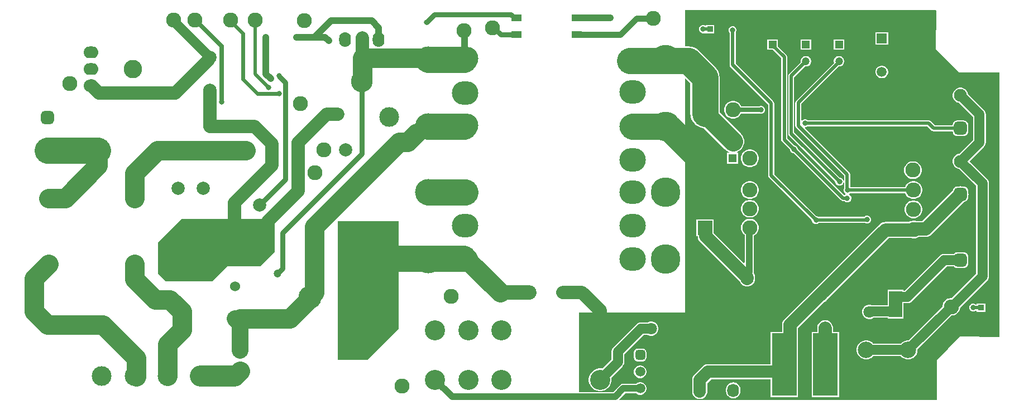
<source format=gbr>
%TF.GenerationSoftware,Altium Limited,Altium Designer,21.6.4 (81)*%
G04 Layer_Physical_Order=1*
G04 Layer_Color=255*
%FSLAX43Y43*%
%MOMM*%
%TF.SameCoordinates,45A01B4D-518A-40F9-B883-98BDF5CD3DE6*%
%TF.FilePolarity,Positive*%
%TF.FileFunction,Copper,L1,Top,Signal*%
%TF.Part,Single*%
G01*
G75*
%TA.AperFunction,SMDPad,CuDef*%
%ADD10R,0.850X0.900*%
%ADD11R,2.000X4.000*%
%ADD12R,1.600X1.000*%
%ADD13R,0.900X0.850*%
%ADD14R,3.750X9.500*%
%TA.AperFunction,Conductor*%
%ADD15C,3.000*%
%ADD16C,0.800*%
%ADD17C,0.500*%
%ADD18C,1.500*%
%ADD19C,1.900*%
%ADD20C,2.000*%
%ADD21C,1.000*%
%ADD22C,2.500*%
%ADD23C,4.000*%
%ADD24C,3.200*%
%ADD25C,0.600*%
%ADD26C,0.700*%
%ADD27C,0.254*%
%ADD28C,2.200*%
%ADD29C,0.900*%
%ADD30R,2.950X2.610*%
%ADD31R,7.225X2.400*%
%ADD32R,2.638X2.857*%
%ADD33R,3.650X4.150*%
%ADD34R,4.307X4.100*%
%ADD35R,3.597X1.225*%
%ADD36R,2.725X2.486*%
%ADD37R,3.225X3.276*%
%ADD38R,2.893X2.965*%
%TA.AperFunction,ComponentPad*%
%ADD39C,2.286*%
%ADD40C,4.500*%
%ADD41C,4.000*%
%ADD42O,4.000X3.600*%
%ADD43C,1.950*%
G04:AMPARAMS|DCode=44|XSize=1.95mm|YSize=1.95mm|CornerRadius=0.488mm|HoleSize=0mm|Usage=FLASHONLY|Rotation=90.000|XOffset=0mm|YOffset=0mm|HoleType=Round|Shape=RoundedRectangle|*
%AMROUNDEDRECTD44*
21,1,1.950,0.975,0,0,90.0*
21,1,0.975,1.950,0,0,90.0*
1,1,0.975,0.488,0.488*
1,1,0.975,0.488,-0.488*
1,1,0.975,-0.488,-0.488*
1,1,0.975,-0.488,0.488*
%
%ADD44ROUNDEDRECTD44*%
G04:AMPARAMS|DCode=45|XSize=1.5mm|YSize=1.5mm|CornerRadius=0.375mm|HoleSize=0mm|Usage=FLASHONLY|Rotation=90.000|XOffset=0mm|YOffset=0mm|HoleType=Round|Shape=RoundedRectangle|*
%AMROUNDEDRECTD45*
21,1,1.500,0.750,0,0,90.0*
21,1,0.750,1.500,0,0,90.0*
1,1,0.750,0.375,0.375*
1,1,0.750,0.375,-0.375*
1,1,0.750,-0.375,-0.375*
1,1,0.750,-0.375,0.375*
%
%ADD45ROUNDEDRECTD45*%
%ADD46C,1.500*%
%ADD47R,1.500X1.500*%
%ADD48C,2.500*%
%ADD49C,2.000*%
%ADD50C,3.500*%
%ADD51C,2.200*%
%ADD52R,2.200X2.200*%
%ADD53O,1.778X2.286*%
%ADD54C,3.302*%
%ADD55C,3.000*%
%ADD56O,1.778X2.032*%
%ADD57C,2.794*%
%ADD58O,2.286X1.778*%
%ADD59C,3.048*%
%ADD60R,3.048X3.048*%
%ADD61R,1.200X1.200*%
%ADD62C,1.200*%
%ADD63C,1.250*%
%ADD64R,1.250X1.250*%
%ADD65C,1.524*%
%TA.AperFunction,ViaPad*%
%ADD66C,0.800*%
%ADD67C,1.800*%
%ADD68C,1.270*%
%ADD69C,1.200*%
G36*
X140011Y59615D02*
X140070Y59556D01*
X140011Y53655D01*
X143598Y50194D01*
X149646Y50194D01*
Y50100D01*
X149667D01*
Y10100D01*
X149646D01*
Y10043D01*
X149556Y9954D01*
X143721Y10012D01*
D01*
X143667Y10013D01*
X140206Y6426D01*
X140206Y354D01*
X140206D01*
Y333D01*
X92017D01*
X91964Y460D01*
X92923Y1419D01*
X94538D01*
X94592Y1365D01*
X94808Y1240D01*
X95050Y1175D01*
X95300D01*
X95542Y1240D01*
X95758Y1365D01*
X95935Y1542D01*
X96060Y1758D01*
X96125Y2000D01*
Y2250D01*
X96060Y2492D01*
X95935Y2708D01*
X95758Y2885D01*
X95542Y3010D01*
X95300Y3075D01*
X95050D01*
X94808Y3010D01*
X94592Y2885D01*
X94538Y2831D01*
X92630D01*
X92448Y2807D01*
X92277Y2736D01*
X92131Y2624D01*
X91102Y1596D01*
X85894D01*
Y13700D01*
X101951D01*
Y49138D01*
D01*
Y49184D01*
X102068Y49233D01*
X102789Y48511D01*
Y43900D01*
X102821Y43577D01*
X102863Y43365D01*
X102958Y43054D01*
X103111Y42768D01*
X103231Y42588D01*
X103437Y42337D01*
X103688Y42131D01*
X103868Y42011D01*
X104154Y41858D01*
X104465Y41763D01*
X104677Y41721D01*
X104772Y41712D01*
X108042Y38442D01*
X108236Y38283D01*
X108375Y38190D01*
X108596Y38072D01*
X108662Y38052D01*
X108643Y37925D01*
X108375D01*
Y36275D01*
X110025D01*
Y37925D01*
X109857D01*
X109838Y38052D01*
X109904Y38072D01*
X110125Y38190D01*
X110264Y38283D01*
X110458Y38442D01*
X110617Y38636D01*
X110710Y38775D01*
X110828Y38996D01*
X110901Y39236D01*
X110934Y39400D01*
X110958Y39650D01*
X110934Y39900D01*
X110901Y40064D01*
X110828Y40304D01*
X110710Y40525D01*
X110617Y40664D01*
X110458Y40858D01*
X107211Y44105D01*
Y49427D01*
X107211Y49427D01*
X107179Y49750D01*
X107137Y49962D01*
X107042Y50273D01*
X106889Y50559D01*
X106769Y50739D01*
X106563Y50990D01*
X106563Y50990D01*
X104076Y53477D01*
X103825Y53683D01*
X103646Y53803D01*
X103359Y53956D01*
X103049Y54050D01*
X102837Y54092D01*
X102513Y54124D01*
X101951D01*
Y54157D01*
Y59646D01*
Y59667D01*
X140011D01*
Y59615D01*
D02*
G37*
G36*
X39725Y26972D02*
Y22875D01*
X37547Y20697D01*
X32574D01*
X30278Y18400D01*
X23225D01*
X22050Y19575D01*
Y24250D01*
X25650Y27850D01*
X38847Y27850D01*
X39725Y26972D01*
D02*
G37*
G36*
X58550Y11225D02*
X53825Y6500D01*
X49325Y6500D01*
Y27575D01*
X49325Y27575D01*
X58550D01*
Y11225D01*
D02*
G37*
%LPC*%
G36*
X106384Y57377D02*
X105134D01*
Y57329D01*
X105132Y57326D01*
X105007Y57254D01*
X104844Y57322D01*
X104606D01*
X104385Y57230D01*
X104216Y57062D01*
X104125Y56841D01*
Y56602D01*
X104216Y56382D01*
X104385Y56213D01*
X104606Y56122D01*
X104844D01*
X105007Y56189D01*
X105132Y56117D01*
X105134Y56115D01*
Y56102D01*
D01*
Y56077D01*
X106384D01*
Y57377D01*
D02*
G37*
G36*
X132775Y56265D02*
X130875D01*
Y54365D01*
X132775D01*
Y56265D01*
D02*
G37*
G36*
X126130Y55190D02*
X124530D01*
Y53590D01*
X126130D01*
Y55190D01*
D02*
G37*
G36*
X121115D02*
X119515D01*
Y53590D01*
X121115D01*
Y55190D01*
D02*
G37*
G36*
X131950Y51185D02*
X131700D01*
X131458Y51120D01*
X131242Y50995D01*
X131065Y50818D01*
X130940Y50602D01*
X130875Y50360D01*
Y50110D01*
X130940Y49868D01*
X131065Y49652D01*
X131242Y49475D01*
X131458Y49350D01*
X131700Y49285D01*
X131950D01*
X132192Y49350D01*
X132408Y49475D01*
X132585Y49652D01*
X132710Y49868D01*
X132775Y50110D01*
Y50360D01*
X132710Y50602D01*
X132585Y50818D01*
X132408Y50995D01*
X132192Y51120D01*
X131950Y51185D01*
D02*
G37*
G36*
X109427Y45818D02*
X109073D01*
X108817Y45749D01*
X108655Y45682D01*
X108425Y45550D01*
X108175Y45300D01*
X108043Y45070D01*
X107976Y44908D01*
X107907Y44652D01*
Y44298D01*
X107976Y44042D01*
X108043Y43880D01*
X108175Y43650D01*
X108425Y43400D01*
X108655Y43268D01*
X108817Y43201D01*
X109073Y43132D01*
X109427D01*
X109683Y43201D01*
X109845Y43268D01*
X110075Y43400D01*
X110325Y43650D01*
X110471Y43905D01*
X113247D01*
X113364Y43856D01*
X113603D01*
X113824Y43947D01*
X113992Y44116D01*
X114084Y44337D01*
Y44575D01*
X113992Y44796D01*
X113824Y44965D01*
X113603Y45056D01*
X113364D01*
X113293Y45026D01*
X110483D01*
X110463Y45061D01*
X110461D01*
X110457Y45070D01*
X110325Y45300D01*
X110075Y45550D01*
X109845Y45682D01*
X109683Y45749D01*
X109427Y45818D01*
D02*
G37*
G36*
X116075Y55190D02*
X114475D01*
Y53590D01*
X115296D01*
X116566Y52320D01*
Y39950D01*
X116592Y39819D01*
X116626Y39737D01*
X116701Y39626D01*
X117900Y38426D01*
Y38356D01*
X117991Y38135D01*
X118160Y37966D01*
X118381Y37875D01*
X118501D01*
X125639Y30737D01*
X125750Y30663D01*
X125832Y30629D01*
X125963Y30603D01*
X126189D01*
X126244Y30547D01*
X126465Y30456D01*
X126703D01*
X126924Y30547D01*
X127093Y30716D01*
X127184Y30937D01*
Y31175D01*
X127093Y31396D01*
X126933Y31556D01*
X126924Y31565D01*
X126887Y31580D01*
Y31643D01*
X126879Y31660D01*
X126887Y31669D01*
Y31717D01*
X126970Y31751D01*
X127020Y31801D01*
X135339D01*
X135347Y31773D01*
X135357D01*
X135396Y31680D01*
X135528Y31450D01*
X135778Y31200D01*
X136008Y31068D01*
X136170Y31001D01*
X136426Y30932D01*
X136780D01*
X137036Y31001D01*
X137198Y31068D01*
X137428Y31200D01*
X137678Y31450D01*
X137810Y31680D01*
X137877Y31842D01*
X137946Y32098D01*
Y32452D01*
X137877Y32708D01*
X137810Y32870D01*
X137678Y33100D01*
X137428Y33350D01*
X137198Y33482D01*
X137036Y33549D01*
X136780Y33618D01*
X136426D01*
X136170Y33549D01*
X136008Y33482D01*
X135778Y33350D01*
X135528Y33100D01*
X135396Y32870D01*
X135345Y32747D01*
X135339D01*
X135331Y32719D01*
X127034D01*
Y34643D01*
X127008Y34774D01*
X126974Y34856D01*
X126899Y34967D01*
X120169Y41698D01*
X120221Y41825D01*
X120319D01*
X120540Y41916D01*
X120561Y41938D01*
X120590Y41966D01*
X138723D01*
X139339Y41350D01*
X139450Y41276D01*
X139532Y41242D01*
X139663Y41216D01*
X142570D01*
Y41187D01*
X142593Y41008D01*
X142663Y40841D01*
X142773Y40697D01*
X142916Y40587D01*
X143084Y40517D01*
X143263Y40494D01*
X144238D01*
X144418Y40517D01*
X144585Y40587D01*
X144728Y40697D01*
X144839Y40841D01*
X144908Y41008D01*
X144932Y41187D01*
Y42162D01*
X144908Y42342D01*
X144839Y42509D01*
X144728Y42653D01*
X144585Y42763D01*
X144418Y42832D01*
X144238Y42856D01*
X143263D01*
X143084Y42832D01*
X142916Y42763D01*
X142773Y42653D01*
X142663Y42509D01*
X142593Y42342D01*
X142570Y42162D01*
Y42134D01*
X139853D01*
X139237Y42749D01*
X139126Y42824D01*
X139044Y42858D01*
X138913Y42884D01*
X120590D01*
X120561Y42912D01*
X120540Y42934D01*
X120319Y43025D01*
X120081D01*
X119860Y42934D01*
X119736Y42809D01*
X119609Y42862D01*
Y45360D01*
X125299Y51050D01*
X125435D01*
X125639Y51105D01*
X125821Y51210D01*
X125970Y51359D01*
X126075Y51541D01*
X126130Y51745D01*
Y51955D01*
X126075Y52159D01*
X125970Y52341D01*
X125821Y52490D01*
X125639Y52595D01*
X125435Y52650D01*
X125225D01*
X125021Y52595D01*
X124839Y52490D01*
X124690Y52341D01*
X124585Y52159D01*
X124530Y51955D01*
Y51745D01*
X124565Y51614D01*
X118826Y45874D01*
X118751Y45763D01*
X118717Y45681D01*
X118691Y45550D01*
Y42068D01*
X118717Y41937D01*
X118751Y41855D01*
X118826Y41744D01*
X126116Y34453D01*
Y33721D01*
X125989Y33695D01*
X125909Y33890D01*
X125740Y34059D01*
X125519Y34150D01*
X125449D01*
X118534Y41065D01*
Y49420D01*
X120174Y51060D01*
X120210Y51050D01*
X120420D01*
X120624Y51105D01*
X120806Y51210D01*
X120955Y51359D01*
X121060Y51541D01*
X121115Y51745D01*
Y51955D01*
X121060Y52159D01*
X120955Y52341D01*
X120806Y52490D01*
X120624Y52595D01*
X120420Y52650D01*
X120210D01*
X120006Y52595D01*
X119824Y52490D01*
X119675Y52341D01*
X119570Y52159D01*
X119515Y51955D01*
Y51745D01*
X119525Y51709D01*
X117751Y49934D01*
X117676Y49823D01*
X117642Y49741D01*
X117616Y49610D01*
Y40875D01*
X117642Y40744D01*
X117676Y40662D01*
X117751Y40551D01*
X124800Y33501D01*
Y33431D01*
X124891Y33210D01*
X125060Y33041D01*
X125281Y32950D01*
X125519D01*
X125740Y33041D01*
X125909Y33210D01*
X125989Y33405D01*
X126116Y33379D01*
Y32587D01*
X126030Y32379D01*
Y32141D01*
X126121Y31920D01*
X126290Y31751D01*
X126327Y31736D01*
Y31599D01*
X126244Y31565D01*
X126200Y31520D01*
X126153D01*
X119100Y38574D01*
Y38594D01*
X119009Y38815D01*
X118840Y38984D01*
X118619Y39075D01*
X118549D01*
X117484Y40140D01*
Y52510D01*
X117458Y52641D01*
X117424Y52723D01*
X117349Y52834D01*
X116075Y54109D01*
Y54149D01*
Y55190D01*
D02*
G37*
G36*
X111991Y38443D02*
X111637D01*
X111382Y38374D01*
X111219Y38307D01*
X110990Y38175D01*
X110739Y37925D01*
X110607Y37695D01*
X110540Y37533D01*
X110471Y37277D01*
Y36923D01*
X110540Y36667D01*
X110607Y36505D01*
X110739Y36275D01*
X110990Y36025D01*
X111219Y35893D01*
X111382Y35826D01*
X111637Y35757D01*
X111991D01*
X112247Y35826D01*
X112409Y35893D01*
X112639Y36025D01*
X112889Y36275D01*
X113021Y36505D01*
X113089Y36667D01*
X113157Y36923D01*
Y37277D01*
X113089Y37533D01*
X113021Y37695D01*
X112889Y37925D01*
X112639Y38175D01*
X112409Y38307D01*
X112247Y38374D01*
X111991Y38443D01*
D02*
G37*
G36*
X136727Y36642D02*
X136373D01*
X136117Y36574D01*
X135955Y36506D01*
X135725Y36374D01*
X135475Y36124D01*
X135343Y35894D01*
X135276Y35732D01*
X135207Y35476D01*
Y35122D01*
X135276Y34867D01*
X135343Y34704D01*
X135475Y34475D01*
X135725Y34225D01*
X135955Y34092D01*
X136117Y34025D01*
X136373Y33956D01*
X136727D01*
X136983Y34025D01*
X137145Y34092D01*
X137375Y34225D01*
X137625Y34475D01*
X137757Y34704D01*
X137824Y34867D01*
X137893Y35122D01*
Y35476D01*
X137824Y35732D01*
X137757Y35894D01*
X137625Y36124D01*
X137375Y36374D01*
X137145Y36506D01*
X136983Y36574D01*
X136727Y36642D01*
D02*
G37*
G36*
X111991Y33618D02*
X111637D01*
X111382Y33549D01*
X111219Y33482D01*
X110990Y33350D01*
X110739Y33100D01*
X110607Y32870D01*
X110540Y32708D01*
X110471Y32452D01*
Y32098D01*
X110540Y31842D01*
X110607Y31680D01*
X110739Y31450D01*
X110990Y31200D01*
X111219Y31068D01*
X111382Y31001D01*
X111637Y30932D01*
X111991D01*
X112247Y31001D01*
X112409Y31068D01*
X112639Y31200D01*
X112889Y31450D01*
X113021Y31680D01*
X113089Y31842D01*
X113157Y32098D01*
Y32452D01*
X113089Y32708D01*
X113021Y32870D01*
X112889Y33100D01*
X112639Y33350D01*
X112409Y33482D01*
X112247Y33549D01*
X111991Y33618D01*
D02*
G37*
G36*
Y30791D02*
X111637D01*
X111382Y30723D01*
X111219Y30655D01*
X110990Y30523D01*
X110739Y30273D01*
X110607Y30044D01*
X110540Y29881D01*
X110471Y29625D01*
Y29271D01*
X110540Y29016D01*
X110607Y28853D01*
X110739Y28624D01*
X110990Y28374D01*
X111219Y28241D01*
X111382Y28174D01*
X111637Y28105D01*
X111991D01*
X112247Y28174D01*
X112409Y28241D01*
X112639Y28374D01*
X112889Y28624D01*
X113021Y28853D01*
X113089Y29016D01*
X113157Y29271D01*
Y29625D01*
X113089Y29881D01*
X113021Y30044D01*
X112889Y30273D01*
X112639Y30523D01*
X112409Y30655D01*
X112247Y30723D01*
X111991Y30791D01*
D02*
G37*
G36*
X136780Y30692D02*
X136426D01*
X136170Y30624D01*
X136008Y30557D01*
X135778Y30424D01*
X135528Y30174D01*
X135396Y29945D01*
X135328Y29782D01*
X135260Y29526D01*
Y29173D01*
X135328Y28917D01*
X135396Y28754D01*
X135528Y28525D01*
X135778Y28275D01*
X136008Y28142D01*
X136170Y28075D01*
X136426Y28006D01*
X136780D01*
X137036Y28075D01*
X137198Y28142D01*
X137428Y28275D01*
X137678Y28525D01*
X137810Y28754D01*
X137877Y28917D01*
X137946Y29173D01*
Y29526D01*
X137877Y29782D01*
X137810Y29945D01*
X137678Y30174D01*
X137428Y30424D01*
X137198Y30557D01*
X137036Y30624D01*
X136780Y30692D01*
D02*
G37*
G36*
X143751Y32860D02*
X143527Y32831D01*
X143263D01*
X143084Y32807D01*
X142916Y32738D01*
X142773Y32628D01*
X142663Y32484D01*
X142593Y32317D01*
X142576Y32187D01*
X137960Y27571D01*
X137152D01*
X136861Y27649D01*
X136507D01*
X136251Y27580D01*
X136089Y27513D01*
X135954Y27435D01*
X132350D01*
X132154Y27410D01*
X132000Y27379D01*
X131781Y27288D01*
X131650Y27201D01*
X131494Y27081D01*
X121719Y17306D01*
X121675Y17249D01*
X121619Y17206D01*
X117040Y12627D01*
X116920Y12471D01*
X116833Y12340D01*
X116742Y12122D01*
X116712Y11967D01*
X116686Y11771D01*
Y10725D01*
X114950D01*
Y5823D01*
Y5810D01*
X105466D01*
X105279Y5785D01*
X105131Y5756D01*
X104921Y5669D01*
X104796Y5585D01*
X104646Y5470D01*
X103401Y4225D01*
X103286Y4075D01*
X103202Y3950D01*
X103115Y3740D01*
X103086Y3592D01*
X103061Y3405D01*
Y1675D01*
X103086Y1488D01*
X103115Y1340D01*
X103202Y1130D01*
X103286Y1005D01*
X103401Y855D01*
X103551Y740D01*
X103676Y656D01*
X103886Y569D01*
X104034Y540D01*
X104221Y515D01*
X104409Y540D01*
X104557Y569D01*
X104766Y656D01*
X104891Y740D01*
X105041Y855D01*
X105156Y1005D01*
X105240Y1130D01*
X105327Y1340D01*
X105356Y1488D01*
X105381Y1675D01*
Y2925D01*
X105947Y3490D01*
X114950D01*
Y3477D01*
Y825D01*
X119100D01*
Y6547D01*
Y6597D01*
X119107Y6646D01*
Y11270D01*
X123109Y15272D01*
X123143Y15287D01*
X123143Y15287D01*
X123180Y15302D01*
X123243Y15350D01*
X123312Y15390D01*
X123368Y15446D01*
X123431Y15494D01*
X123479Y15557D01*
X123535Y15613D01*
X123575Y15682D01*
X123623Y15745D01*
X123638Y15782D01*
X123638Y15782D01*
X123652Y15816D01*
X132851Y25015D01*
X136314D01*
X136507Y24963D01*
X136861D01*
X137117Y25032D01*
X137279Y25099D01*
X137368Y25150D01*
X138462D01*
X138657Y25176D01*
X138812Y25207D01*
X139030Y25297D01*
X139161Y25385D01*
X139317Y25505D01*
X144288Y30475D01*
X144418Y30492D01*
X144585Y30562D01*
X144728Y30672D01*
X144839Y30816D01*
X144908Y30983D01*
X144932Y31162D01*
Y31426D01*
X144961Y31650D01*
X144932Y31873D01*
Y32137D01*
X144908Y32317D01*
X144839Y32484D01*
X144728Y32628D01*
X144585Y32738D01*
X144418Y32807D01*
X144238Y32831D01*
X143974D01*
X143751Y32860D01*
D02*
G37*
G36*
X109319Y57185D02*
X109081D01*
X108860Y57094D01*
X108691Y56925D01*
X108600Y56704D01*
Y56466D01*
X108691Y56245D01*
X108741Y56195D01*
Y51325D01*
X108767Y51194D01*
X108801Y51112D01*
X108876Y51001D01*
X114601Y45275D01*
Y34484D01*
X114627Y34353D01*
X114661Y34271D01*
X114736Y34159D01*
X121244Y27651D01*
Y27581D01*
X121335Y27360D01*
X121504Y27191D01*
X121724Y27100D01*
X121963D01*
X122184Y27191D01*
X122251Y27259D01*
X122279Y27287D01*
X129236D01*
X129240Y27283D01*
X129461Y27192D01*
X129699D01*
X129920Y27283D01*
X130089Y27452D01*
X130180Y27673D01*
Y27911D01*
X130089Y28132D01*
X129920Y28301D01*
X129699Y28392D01*
X129461D01*
X129240Y28301D01*
X129173Y28233D01*
X129144Y28205D01*
X122188D01*
X122184Y28209D01*
X121963Y28300D01*
X121893D01*
X115519Y34674D01*
Y45465D01*
X115493Y45596D01*
X115459Y45678D01*
X115384Y45789D01*
X109659Y51515D01*
Y56195D01*
X109687Y56224D01*
X109709Y56245D01*
X109800Y56466D01*
Y56704D01*
X109709Y56925D01*
X109540Y57094D01*
X109319Y57185D01*
D02*
G37*
G36*
X111991Y27918D02*
X111637D01*
X111382Y27849D01*
X111219Y27782D01*
X110990Y27650D01*
X110739Y27400D01*
X110607Y27170D01*
X110540Y27008D01*
X110471Y26752D01*
Y26398D01*
X110540Y26142D01*
X110607Y25980D01*
X110739Y25750D01*
X110990Y25500D01*
X111011Y25488D01*
Y21249D01*
X110893Y21200D01*
X106310Y25783D01*
Y26430D01*
X106300Y26509D01*
Y26548D01*
Y27830D01*
X103700D01*
Y25230D01*
X103896D01*
X103915Y25086D01*
X103946Y24932D01*
X104037Y24714D01*
X104124Y24583D01*
X104244Y24426D01*
X110282Y18388D01*
X110283Y18387D01*
X110322Y18318D01*
X110337Y18282D01*
X110337Y18282D01*
X110353Y18245D01*
X110401Y18182D01*
X110441Y18113D01*
X110497Y18057D01*
X110545Y17994D01*
X110608Y17946D01*
X110664Y17890D01*
X110733Y17850D01*
X110796Y17802D01*
X110832Y17787D01*
X110832Y17787D01*
X110869Y17771D01*
X110938Y17732D01*
X111014Y17711D01*
X111051Y17696D01*
X111051D01*
X111088Y17681D01*
X111166Y17671D01*
X111243Y17650D01*
X111322D01*
X111401Y17640D01*
X111480Y17650D01*
X111559D01*
X111635Y17671D01*
X111714Y17681D01*
X111751Y17696D01*
X111751D01*
X111787Y17711D01*
X111864Y17732D01*
X111933Y17771D01*
X111969Y17787D01*
X111969Y17787D01*
X112006Y17802D01*
X112069Y17850D01*
X112138Y17890D01*
X112194Y17946D01*
X112257Y17994D01*
X112305Y18057D01*
X112361Y18113D01*
X112401Y18182D01*
X112449Y18245D01*
X112464Y18282D01*
X112464Y18282D01*
X112479Y18318D01*
X112519Y18387D01*
X112540Y18463D01*
X112555Y18500D01*
Y18500D01*
X112570Y18537D01*
X112580Y18615D01*
X112601Y18692D01*
Y18732D01*
Y18771D01*
X112611Y18850D01*
Y18981D01*
X112585Y19177D01*
X112555Y19331D01*
X112464Y19550D01*
X112388Y19664D01*
X112388Y19665D01*
D01*
X112399Y19690D01*
X112423Y19873D01*
Y25376D01*
X112639Y25500D01*
X112889Y25750D01*
X113021Y25980D01*
X113089Y26142D01*
X113157Y26398D01*
Y26752D01*
X113089Y27008D01*
X113021Y27170D01*
X112889Y27400D01*
X112639Y27650D01*
X112409Y27782D01*
X112247Y27849D01*
X111991Y27918D01*
D02*
G37*
G36*
X144238Y22806D02*
X143262D01*
X143083Y22782D01*
X142916Y22713D01*
X142772Y22603D01*
X142757Y22583D01*
X141275D01*
X141027Y22551D01*
X140796Y22455D01*
X140597Y22303D01*
X135282Y16987D01*
X135100D01*
Y17057D01*
Y17121D01*
X132700D01*
Y14861D01*
Y14791D01*
X130391D01*
X130375Y14800D01*
X130095Y14875D01*
X129805D01*
X129525Y14800D01*
X129275Y14655D01*
X129070Y14450D01*
X128925Y14200D01*
X128850Y13920D01*
Y13630D01*
X128925Y13350D01*
X129070Y13100D01*
X129275Y12895D01*
X129525Y12750D01*
X129805Y12675D01*
X130095D01*
X130375Y12750D01*
X130590Y12874D01*
X132700D01*
Y12804D01*
Y12721D01*
X135100D01*
Y15000D01*
Y15070D01*
X135678D01*
X135926Y15103D01*
X136158Y15199D01*
X136356Y15351D01*
X141672Y20667D01*
X142757D01*
X142772Y20647D01*
X142916Y20537D01*
X143083Y20468D01*
X143262Y20444D01*
X144238D01*
X144417Y20468D01*
X144584Y20537D01*
X144728Y20647D01*
X144838Y20791D01*
X144907Y20958D01*
X144931Y21138D01*
Y22112D01*
X144907Y22292D01*
X144838Y22459D01*
X144728Y22603D01*
X144584Y22713D01*
X144417Y22782D01*
X144238Y22806D01*
D02*
G37*
G36*
X147499Y15025D02*
X146199D01*
Y14887D01*
Y14859D01*
X146040D01*
X146011Y14887D01*
X145990Y14909D01*
X145769Y15000D01*
X145531D01*
X145310Y14909D01*
X145141Y14740D01*
X145050Y14519D01*
Y14281D01*
X145141Y14060D01*
X145310Y13891D01*
X145531Y13800D01*
X145769D01*
X145990Y13891D01*
X146011Y13913D01*
X146040Y13941D01*
X146199D01*
Y13913D01*
Y13775D01*
X147499D01*
Y15025D01*
D02*
G37*
G36*
X96995Y12325D02*
X96705D01*
X96425Y12250D01*
X96310Y12183D01*
X95293D01*
X95045Y12151D01*
X94814Y12055D01*
X94615Y11903D01*
X91122Y8410D01*
X90970Y8211D01*
X90874Y7980D01*
X90842Y7732D01*
Y6547D01*
X89436Y5141D01*
X89270Y5174D01*
X88930D01*
X88597Y5108D01*
X88283Y4978D01*
X88001Y4789D01*
X87761Y4549D01*
X87572Y4267D01*
X87442Y3953D01*
X87376Y3620D01*
Y3280D01*
X87442Y2947D01*
X87572Y2633D01*
X87761Y2351D01*
X88001Y2111D01*
X88283Y1922D01*
X88597Y1792D01*
X88930Y1726D01*
X89270D01*
X89603Y1792D01*
X89917Y1922D01*
X90199Y2111D01*
X90439Y2351D01*
X90628Y2633D01*
X90758Y2947D01*
X90824Y3280D01*
Y3620D01*
X90791Y3786D01*
X92478Y5472D01*
X92630Y5671D01*
X92726Y5902D01*
X92758Y6150D01*
Y7335D01*
X95690Y10267D01*
X96310D01*
X96425Y10200D01*
X96705Y10125D01*
X96995D01*
X97275Y10200D01*
X97525Y10345D01*
X97730Y10550D01*
X97875Y10800D01*
X97950Y11080D01*
Y11370D01*
X97875Y11650D01*
X97730Y11900D01*
X97525Y12105D01*
X97275Y12250D01*
X96995Y12325D01*
D02*
G37*
G36*
X143905Y47850D02*
X143596D01*
X143372Y47790D01*
X143230Y47731D01*
X143029Y47615D01*
X142810Y47396D01*
X142695Y47196D01*
X142636Y47053D01*
X142576Y46829D01*
Y46520D01*
X142636Y46296D01*
X142695Y46154D01*
X142810Y45953D01*
X143029Y45735D01*
X143230Y45619D01*
X143372Y45560D01*
X143561Y45509D01*
X145667Y43403D01*
Y39921D01*
X143561Y37815D01*
X143372Y37765D01*
X143230Y37706D01*
X143029Y37590D01*
X142810Y37371D01*
X142695Y37171D01*
X142636Y37028D01*
X142576Y36804D01*
Y36495D01*
X142636Y36271D01*
X142695Y36129D01*
X142810Y35928D01*
X143029Y35710D01*
X143230Y35594D01*
X143372Y35535D01*
X143561Y35484D01*
X146140Y32905D01*
Y19570D01*
X142459Y15889D01*
X142170D01*
X141914Y15821D01*
X141751Y15753D01*
X141522Y15621D01*
X141272Y15371D01*
X141139Y15142D01*
X141072Y14979D01*
X141003Y14723D01*
Y14558D01*
X135895Y9450D01*
X135609D01*
X135333Y9376D01*
X135157Y9303D01*
X134910Y9160D01*
X134778Y9028D01*
X134708Y8958D01*
X130542D01*
X130472Y9028D01*
X130340Y9160D01*
X130093Y9303D01*
X129917Y9376D01*
X129641Y9450D01*
X129259D01*
X128983Y9376D01*
X128807Y9303D01*
X128560Y9160D01*
X128290Y8890D01*
X128147Y8643D01*
X128074Y8467D01*
X128000Y8191D01*
Y7809D01*
X128074Y7533D01*
X128147Y7357D01*
X128290Y7110D01*
X128560Y6840D01*
X128807Y6697D01*
X128983Y6624D01*
X129259Y6550D01*
X129641D01*
X129917Y6624D01*
X130093Y6697D01*
X130340Y6840D01*
X130472Y6972D01*
X130542Y7042D01*
X134708D01*
X134910Y6840D01*
X135157Y6697D01*
X135333Y6624D01*
X135609Y6550D01*
X135991D01*
X136267Y6624D01*
X136443Y6697D01*
X136690Y6840D01*
X136960Y7110D01*
X137103Y7357D01*
X137176Y7533D01*
X137250Y7809D01*
Y7996D01*
Y8095D01*
X142358Y13203D01*
X142523D01*
X142779Y13272D01*
X142942Y13339D01*
X143171Y13472D01*
X143421Y13722D01*
X143553Y13951D01*
X143621Y14114D01*
X143689Y14370D01*
Y14409D01*
X147776Y18496D01*
X147928Y18694D01*
X148024Y18925D01*
X148056Y19173D01*
Y33302D01*
X148024Y33550D01*
X147928Y33781D01*
X147776Y33980D01*
X145106Y36650D01*
X147303Y38847D01*
X147455Y39045D01*
X147551Y39276D01*
X147583Y39524D01*
Y43800D01*
X147551Y44048D01*
X147455Y44279D01*
X147303Y44478D01*
X144916Y46864D01*
X144866Y47053D01*
X144807Y47196D01*
X144691Y47396D01*
X144472Y47615D01*
X144271Y47731D01*
X144129Y47790D01*
X143905Y47850D01*
D02*
G37*
G36*
X95550Y8166D02*
X94800D01*
X94576Y8122D01*
X94385Y7995D01*
X94258Y7804D01*
X94214Y7580D01*
Y6830D01*
X94258Y6606D01*
X94385Y6415D01*
X94576Y6288D01*
X94800Y6244D01*
X95550D01*
X95774Y6288D01*
X95965Y6415D01*
X96092Y6606D01*
X96136Y6830D01*
Y7580D01*
X96092Y7804D01*
X95965Y7995D01*
X95774Y8122D01*
X95550Y8166D01*
D02*
G37*
G36*
X95300Y5615D02*
X95050D01*
X94808Y5550D01*
X94592Y5425D01*
X94415Y5248D01*
X94290Y5032D01*
X94225Y4790D01*
Y4540D01*
X94290Y4298D01*
X94415Y4082D01*
X94592Y3905D01*
X94808Y3780D01*
X95050Y3715D01*
X95300D01*
X95542Y3780D01*
X95758Y3905D01*
X95935Y4082D01*
X96060Y4298D01*
X96125Y4540D01*
Y4790D01*
X96060Y5032D01*
X95935Y5248D01*
X95758Y5425D01*
X95542Y5550D01*
X95300Y5615D01*
D02*
G37*
G36*
X123225Y12510D02*
X123029Y12485D01*
X122875Y12454D01*
X122657Y12363D01*
X122526Y12276D01*
X122369Y12156D01*
X122249Y11999D01*
X122162Y11868D01*
X122071Y11650D01*
X122040Y11496D01*
X122015Y11300D01*
Y10725D01*
X121200D01*
Y825D01*
X125350D01*
Y10725D01*
X124435D01*
Y11300D01*
X124410Y11496D01*
X124379Y11650D01*
X124288Y11868D01*
X124201Y11999D01*
X124081Y12156D01*
X123924Y12276D01*
X123793Y12363D01*
X123575Y12454D01*
X123421Y12485D01*
X123225Y12510D01*
D02*
G37*
G36*
X109290Y3075D02*
X109006Y3038D01*
X108873Y2983D01*
X108741Y2928D01*
X108513Y2754D01*
X108339Y2526D01*
X108284Y2394D01*
X108229Y2261D01*
X108192Y1977D01*
Y1723D01*
X108229Y1439D01*
X108284Y1306D01*
X108339Y1174D01*
X108513Y946D01*
X108741Y772D01*
X108873Y717D01*
X109006Y662D01*
X109290Y625D01*
X109574Y662D01*
X109707Y717D01*
X109839Y772D01*
X110067Y946D01*
X110241Y1174D01*
X110296Y1306D01*
X110351Y1439D01*
X110388Y1723D01*
Y1977D01*
X110351Y2261D01*
X110296Y2394D01*
X110241Y2526D01*
X110067Y2754D01*
X109839Y2928D01*
X109707Y2983D01*
X109574Y3038D01*
X109290Y3075D01*
D02*
G37*
%LPD*%
D10*
X107309Y56727D02*
D03*
X105759D02*
D03*
D11*
X133900Y22021D02*
D03*
Y14921D02*
D03*
D12*
X85575Y55930D02*
D03*
X76425Y58470D02*
D03*
X85575D02*
D03*
X76425Y55930D02*
D03*
D13*
X146849Y14400D02*
D03*
Y15950D02*
D03*
D14*
X123275Y5775D02*
D03*
X117025D02*
D03*
D15*
X58601Y39551D02*
X59868D01*
X45731Y26681D02*
X58601Y39551D01*
X45114Y15775D02*
Y16046D01*
X45763Y16694D02*
Y26518D01*
X45114Y16046D02*
X45763Y16694D01*
X68754Y21895D02*
X73924Y16725D01*
X59868Y39551D02*
X61269Y40952D01*
X106133Y33067D02*
Y34802D01*
X105134Y35801D02*
X106133Y34802D01*
X44864Y15525D02*
X45114Y15775D01*
X42068Y12725D02*
X44864Y15522D01*
Y15525D01*
X34500Y12725D02*
X42068D01*
X33700Y4000D02*
X34500Y4800D01*
X18745Y4245D02*
Y6730D01*
Y3925D02*
Y4245D01*
X18500Y4000D02*
X18745Y4245D01*
X13675Y11800D02*
X18745Y6730D01*
X105000Y43900D02*
X109250Y39650D01*
X53050Y48850D02*
Y52375D01*
X62853Y52303D02*
X63045Y52112D01*
X62074Y52375D02*
X62146Y52303D01*
X62853D01*
X53050Y52375D02*
X62074D01*
X67165Y21895D02*
X68554D01*
X67135Y21925D02*
X67165Y21895D01*
X106133Y33067D02*
X108400Y30800D01*
X21974Y38300D02*
X35352D01*
X18500Y34826D02*
X21974Y38300D01*
X18500Y31000D02*
Y34826D01*
X3300Y13800D02*
X5300Y11800D01*
X13675D01*
X23500Y8875D02*
X25700Y11075D01*
X23500Y4000D02*
Y8875D01*
X25700Y11075D02*
Y13800D01*
X18500Y18725D02*
X21600Y15625D01*
X18500Y18725D02*
Y21000D01*
X21600Y15625D02*
X23875D01*
X25700Y13800D01*
X3300D02*
Y18800D01*
X5500Y21000D01*
Y31000D02*
X7975D01*
X12952Y35977D01*
Y38300D01*
D16*
X40907Y20332D02*
Y25739D01*
X53000Y37832D02*
Y48800D01*
X40907Y25739D02*
X53000Y37832D01*
X40175Y19600D02*
X40907Y20332D01*
X37500Y30000D02*
X41375Y33875D01*
X40425Y49571D02*
X41375Y48621D01*
Y33875D02*
Y48621D01*
X107309Y54050D02*
Y56727D01*
X75025Y55875D02*
X76370D01*
X72800Y56950D02*
X72937D01*
X74012Y55875D02*
X75025D01*
X72937Y56950D02*
X74012Y55875D01*
X62800Y57800D02*
X64000Y59000D01*
X76125Y58470D02*
X76425D01*
X75595Y59000D02*
X76125Y58470D01*
X64000Y59000D02*
X75595D01*
D17*
X109200Y51325D02*
Y56585D01*
Y51325D02*
X115060Y45465D01*
X118075Y40875D02*
X125400Y33550D01*
X118075Y40875D02*
Y49610D01*
X120315Y51850D01*
X118607Y38418D02*
X125963Y31062D01*
X126578D02*
X126584Y31056D01*
X125963Y31062D02*
X126578D01*
X117025Y39950D02*
Y52510D01*
Y39950D02*
X118557Y38418D01*
X119150Y42068D02*
X126575Y34643D01*
Y32315D02*
Y34643D01*
X119150Y42068D02*
Y45550D01*
X125330Y51730D01*
Y51850D01*
X126575Y32315D02*
X126630Y32260D01*
X120200Y42425D02*
X138913D01*
X139663Y41675D01*
X143751D01*
X115116Y54419D02*
X117025Y52510D01*
X115060Y34484D02*
Y45465D01*
Y34484D02*
X121844Y27700D01*
X104728Y56724D02*
X105756D01*
X104725Y56722D02*
X104728Y56724D01*
X105756D02*
X105759Y56727D01*
X126630Y32260D02*
X136410D01*
X136550Y32400D01*
X121844Y27700D02*
X121890Y27746D01*
X129534D02*
X129580Y27792D01*
X121890Y27746D02*
X129534D01*
X145650Y14400D02*
X146849D01*
X68458Y56500D02*
X68506Y56452D01*
X36800Y49925D02*
X38825Y47900D01*
X36800Y49925D02*
Y58075D01*
X68458Y56500D02*
X68483Y56525D01*
D18*
X133750Y16028D02*
X135678D01*
X133750Y13932D02*
Y16028D01*
X89100Y3450D02*
X91800Y6150D01*
Y7732D01*
X95293Y11225D01*
X96850D01*
X56900Y22774D02*
Y25600D01*
X68554Y21895D02*
X68754D01*
X115900Y4650D02*
X117025Y5775D01*
X133650Y13832D02*
X133750Y13932D01*
X130007Y13832D02*
X133650D01*
X24450Y57945D02*
X29850Y52545D01*
X29850D01*
X24450Y57945D02*
Y58125D01*
X29678Y52053D02*
Y52082D01*
X108400Y30800D02*
X109200Y30000D01*
X129950Y13775D02*
X130007Y13832D01*
X104210Y1850D02*
X104221Y1861D01*
X56900Y22774D02*
X57779Y21895D01*
X50525Y26350D02*
X55744D01*
X56494Y25600D01*
X56900D01*
X50500Y26375D02*
X50525Y26350D01*
X143751Y36650D02*
X146625Y39524D01*
X143751Y46675D02*
X146625Y43800D01*
Y39524D02*
Y43800D01*
X143665Y36736D02*
X147098Y33302D01*
X132625Y8000D02*
X135800D01*
X129450D02*
X132625D01*
X141275Y21625D02*
X143750D01*
X135678Y16028D02*
X141275Y21625D01*
X135800Y8000D02*
X142346Y14546D01*
X147098Y19173D02*
Y33302D01*
X142471Y14546D02*
X147098Y19173D01*
D19*
X104221Y1861D02*
Y3405D01*
Y1675D02*
Y1861D01*
X105466Y4650D02*
X115900D01*
X104221Y3405D02*
X105466Y4650D01*
D20*
X53050Y52375D02*
Y55430D01*
X38750Y23775D02*
Y27575D01*
X43282Y32107D01*
X138462Y26361D02*
X143751Y31650D01*
X136739Y26361D02*
X138462D01*
X136684Y26306D02*
X136739Y26361D01*
X117025Y5775D02*
X117896Y6646D01*
Y11771D01*
X132350Y26225D02*
X136603D01*
X117896Y11771D02*
X122475Y16350D01*
X122575Y16450D02*
X132350Y26225D01*
X122475Y16350D02*
X122575D01*
X62503Y41952D02*
X63045D01*
X61503Y40952D02*
X62503Y41952D01*
X61269Y40952D02*
X61503D01*
X33750Y12725D02*
X34500D01*
X105100Y25282D02*
Y26430D01*
Y25282D02*
X111401Y18981D01*
Y18850D02*
Y18981D01*
X11925Y48161D02*
X11957D01*
X13095Y47024D01*
X24649D01*
X29678Y52053D01*
X43282Y32107D02*
Y39482D01*
X47625Y43825D01*
X39250Y35950D02*
X39350Y36050D01*
X33625Y30325D02*
X39250Y35950D01*
X39350Y36050D02*
Y39300D01*
X33625Y24200D02*
Y30325D01*
X36725Y41925D02*
X39350Y39300D01*
X29928Y41925D02*
X36725D01*
X29928D02*
Y47467D01*
X47625Y43825D02*
X49300D01*
X83477Y16727D02*
X86363D01*
X89100Y13990D01*
Y10950D02*
Y13990D01*
X123225Y5825D02*
X123275Y5775D01*
X123225Y5825D02*
Y11300D01*
X105000Y26530D02*
X105100Y26430D01*
X5500Y21000D02*
Y21000D01*
X12952Y38300D02*
X12952Y38300D01*
D21*
X47410Y55490D02*
X47950Y54950D01*
X46187Y55490D02*
X47410D01*
X45976Y55701D02*
X48275Y58000D01*
X45865Y55590D02*
X45976Y55701D01*
X43103Y55490D02*
X46187D01*
X48275Y58000D02*
X54450D01*
X64100Y3450D02*
X66660Y890D01*
X91395D02*
X92630Y2125D01*
X66660Y890D02*
X91395D01*
X111592Y19041D02*
Y19748D01*
X111717Y19873D02*
Y26367D01*
X111925Y26575D01*
X111401Y18850D02*
X111592Y19041D01*
Y19748D02*
X111717Y19873D01*
X38400Y49943D02*
Y55521D01*
Y49943D02*
X39146Y49197D01*
X55540Y55150D02*
Y56910D01*
X54450Y58000D02*
X55540Y56910D01*
X85575Y58470D02*
X90655D01*
X92630Y2125D02*
X95175D01*
X68506Y52550D02*
Y56452D01*
D22*
X34500Y7900D02*
Y11975D01*
X33750Y12725D02*
Y12725D01*
Y12725D02*
X34500Y11975D01*
D23*
X99276Y41856D02*
Y41952D01*
X99430Y41702D02*
X99607D01*
X99276Y41856D02*
X99430Y41702D01*
X99607D02*
X105134Y36175D01*
X93999Y41952D02*
X99045D01*
X63045Y31919D02*
X68599D01*
X93625Y51967D02*
X99045D01*
X63068Y41975D02*
X68495D01*
X105000Y43900D02*
Y49427D01*
X99045Y51967D02*
X99094Y52016D01*
X99494D02*
X99597Y51914D01*
X102513D02*
X105000Y49427D01*
X99597Y51914D02*
X102513D01*
X99094Y52016D02*
X99494D01*
X63068Y52135D02*
X68495D01*
X63251Y21838D02*
X68392D01*
X57779Y21895D02*
X63000D01*
X5300Y38300D02*
X12952D01*
D24*
X28500Y4000D02*
X33700D01*
D25*
X34938Y49162D02*
X37175Y46925D01*
X40425D01*
Y49571D02*
Y49625D01*
X34938Y49162D02*
Y56069D01*
X33100Y57907D02*
Y58075D01*
Y57907D02*
X34938Y56069D01*
X76397Y55903D02*
X76425Y55930D01*
X75025Y55875D02*
X75052Y55903D01*
D26*
X27759Y58075D02*
X31728Y54106D01*
Y45677D02*
Y54106D01*
X109250Y44475D02*
X109260Y44465D01*
X113474D01*
X113484Y44456D01*
X27675Y58075D02*
X27759D01*
D27*
X68599Y21632D02*
X68726Y21759D01*
D28*
X73924Y16725D02*
X78376D01*
D29*
X94650Y58375D02*
X97125D01*
X92205Y55930D02*
X94650Y58375D01*
X85575Y55930D02*
X92205D01*
D30*
X37450Y24930D02*
D03*
D31*
X27038Y20550D02*
D03*
D32*
X50819Y25947D02*
D03*
D33*
X56725Y23675D02*
D03*
D34*
X52078Y8850D02*
D03*
D35*
X133474Y21788D02*
D03*
D36*
X143688Y26668D02*
D03*
D37*
X122080Y21237D02*
D03*
D38*
X106379Y18507D02*
D03*
D39*
X44225Y58000D02*
D03*
X109250Y44475D02*
D03*
X111814Y29448D02*
D03*
X136603Y45532D02*
D03*
X136684Y26306D02*
D03*
X111814Y26575D02*
D03*
X72800Y56950D02*
D03*
X59100Y2450D02*
D03*
X45600Y26681D02*
D03*
X36800Y58075D02*
D03*
X43625Y45451D02*
D03*
X33100Y58075D02*
D03*
X45825Y34925D02*
D03*
X47250Y38375D02*
D03*
X109250Y39650D02*
D03*
X136550Y35299D02*
D03*
X111814Y32275D02*
D03*
X142346Y14546D02*
D03*
X27675Y58075D02*
D03*
X97125Y58375D02*
D03*
X8650Y48500D02*
D03*
X68458Y56500D02*
D03*
X140775Y9100D02*
D03*
X24450Y58125D02*
D03*
X66506Y16092D02*
D03*
X136603Y29349D02*
D03*
X111814Y37100D02*
D03*
X136603Y32275D02*
D03*
D40*
X99045Y21759D02*
D03*
Y31919D02*
D03*
Y41952D02*
D03*
Y52112D02*
D03*
D41*
X63045Y31919D02*
D03*
Y21632D02*
D03*
Y41952D02*
D03*
Y52112D02*
D03*
D42*
X93999D02*
D03*
Y47159D02*
D03*
Y41952D02*
D03*
Y36872D02*
D03*
Y31919D02*
D03*
Y26839D02*
D03*
Y21759D02*
D03*
X68599Y52239D02*
D03*
Y47032D02*
D03*
Y42079D02*
D03*
Y31919D02*
D03*
Y26839D02*
D03*
Y21632D02*
D03*
D43*
X143750Y26625D02*
D03*
X143751Y36650D02*
D03*
Y46675D02*
D03*
X5300Y38300D02*
D03*
D44*
X143750Y21625D02*
D03*
X143751Y31650D02*
D03*
Y41675D02*
D03*
X5300Y43300D02*
D03*
D45*
X95175Y7205D02*
D03*
D46*
Y4665D02*
D03*
Y2125D02*
D03*
X131825Y50235D02*
D03*
Y52775D02*
D03*
D47*
Y55315D02*
D03*
D48*
X135800Y3000D02*
D03*
Y8000D02*
D03*
X129450Y3000D02*
D03*
Y8000D02*
D03*
D49*
X111401Y18850D02*
D03*
X106401D02*
D03*
X122575Y16350D02*
D03*
Y21350D02*
D03*
X50500Y38375D02*
D03*
Y26375D02*
D03*
X29928Y47467D02*
D03*
Y52467D02*
D03*
X34500Y7900D02*
D03*
Y4800D02*
D03*
X28928Y32525D02*
D03*
Y20525D02*
D03*
X37500Y25000D02*
D03*
Y30000D02*
D03*
X5500Y21000D02*
D03*
X18500D02*
D03*
X5500Y31000D02*
D03*
X18500D02*
D03*
X25700Y13800D02*
D03*
X3300D02*
D03*
X35352Y38300D02*
D03*
X12952D02*
D03*
X25077Y20525D02*
D03*
Y32525D02*
D03*
D50*
X52186Y8839D02*
D03*
X45114Y15911D02*
D03*
D51*
X105000Y47470D02*
D03*
D52*
Y26530D02*
D03*
D53*
X55540Y55150D02*
D03*
X53000D02*
D03*
X50460D02*
D03*
D54*
X53000Y48800D02*
D03*
X106750Y8200D02*
D03*
D55*
X57075Y43400D02*
D03*
X57025Y23425D02*
D03*
X13500Y4000D02*
D03*
X28500D02*
D03*
X23500D02*
D03*
X18500D02*
D03*
D56*
X109290Y1850D02*
D03*
X106750D02*
D03*
X104210D02*
D03*
D57*
X18275Y50701D02*
D03*
D58*
X11925Y48161D02*
D03*
Y50701D02*
D03*
Y53241D02*
D03*
D59*
X74100Y3450D02*
D03*
X69100D02*
D03*
X64100D02*
D03*
Y10950D02*
D03*
X69100D02*
D03*
X74100D02*
D03*
X89100Y3450D02*
D03*
D60*
Y10950D02*
D03*
D61*
X120315Y54390D02*
D03*
X125330D02*
D03*
X115275D02*
D03*
D62*
X120315Y51850D02*
D03*
Y49310D02*
D03*
X125330Y51850D02*
D03*
Y49310D02*
D03*
X115275Y51850D02*
D03*
Y49310D02*
D03*
D63*
X109200Y30000D02*
D03*
D64*
Y37100D02*
D03*
D65*
X83326Y16725D02*
D03*
X78376D02*
D03*
X33750Y17675D02*
D03*
Y12725D02*
D03*
D66*
X132625Y8000D02*
D03*
X109200Y56585D02*
D03*
X47950Y54950D02*
D03*
X39146Y49197D02*
D03*
X39250Y35950D02*
D03*
X43103Y55490D02*
D03*
X38400Y55575D02*
D03*
X40425Y46925D02*
D03*
X31728Y45677D02*
D03*
X49300Y43825D02*
D03*
X118500Y38475D02*
D03*
X120200Y42425D02*
D03*
X107309Y54050D02*
D03*
X113484Y44456D02*
D03*
X125400Y33550D02*
D03*
X104725Y56722D02*
D03*
X90655Y58470D02*
D03*
X126584Y31056D02*
D03*
X126630Y32260D02*
D03*
X121844Y27700D02*
D03*
X129580Y27792D02*
D03*
X145650Y14400D02*
D03*
X62800Y57800D02*
D03*
X38825Y47900D02*
D03*
X40425Y49625D02*
D03*
D67*
X96850Y11225D02*
D03*
X129950Y13775D02*
D03*
X123225Y11300D02*
D03*
D68*
X129855Y35299D02*
D03*
X103372Y30144D02*
D03*
X110199Y47599D02*
D03*
X111227Y52150D02*
D03*
D69*
X40175Y19600D02*
D03*
%TF.MD5,bcc2c09f43031f6b17bee7cd69a25987*%
M02*

</source>
